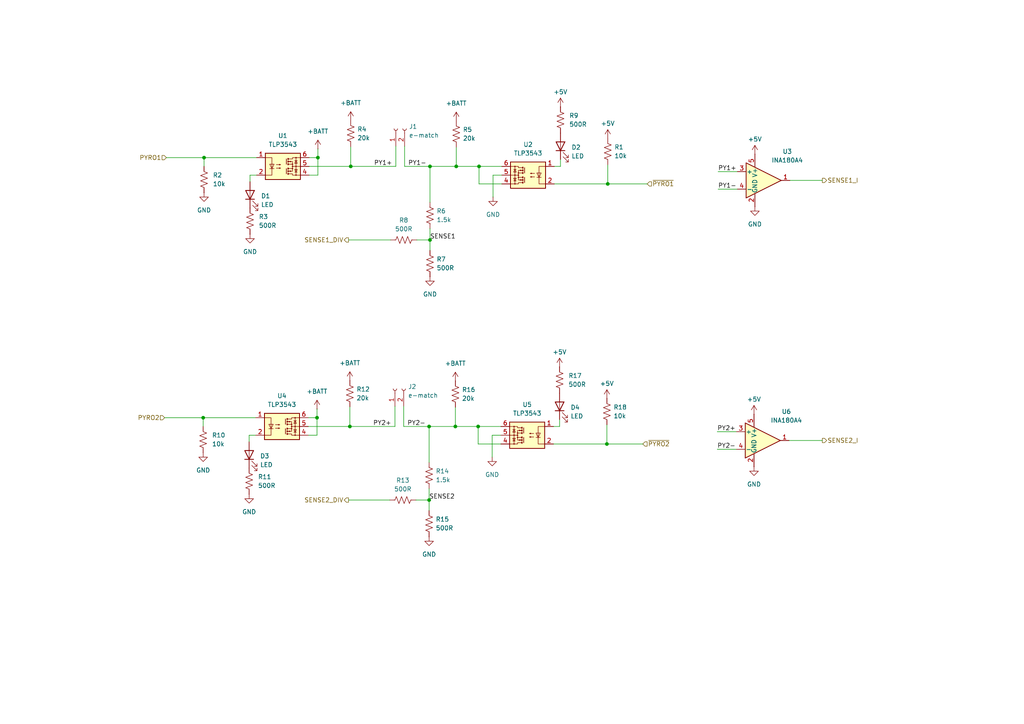
<source format=kicad_sch>
(kicad_sch (version 20231120) (generator "eeschema") (generator_version "8.0")
  (paper "A4")
  (lib_symbols
    (symbol "Amplifier_Current:INA180A4" (pin_names (offset 0.127))
      (property "Reference" "U" (at 3.81 3.81 0))
      (property "Value" "INA180A4" (at 3.81 -2.54 0))
      (symbol "INA180A4_0_1"
        (polyline (pts (xy 5.08 0) (xy -5.08 5.08) (xy -5.08 -5.08) (xy 5.08 0)) (stroke (width 0.254)) (fill (type background)))
      )
      (symbol "INA180A4_1_1"
        (pin output line (at 7.62 0 180) (length 2.54) (name "~") (number "1"))
        (pin power_in line (at -2.54 -7.62 90) (length 3.81) (name "GND") (number "2"))
        (pin input line (at -7.62 2.54 0) (length 2.54) (name "+") (number "3"))
        (pin input line (at -7.62 -2.54 0) (length 2.54) (name "-") (number "4"))
        (pin power_in line (at -2.54 7.62 270) (length 3.81) (name "V+") (number "5"))
      )
    )
    (symbol "Connector:Conn_01x02_Socket" (pin_names (offset 1.016) hide)
      (property "Reference" "J" (at 0 2.54 0))
      (property "Value" "Conn_01x02_Socket" (at 0 -5.08 0))
      (symbol "Conn_01x02_Socket_1_1"
        (arc (start 0 -2.032) (mid -0.5058 -2.54) (end 0 -3.048) (stroke (width 0.1524)))
        (polyline (pts (xy -1.27 -2.54) (xy -0.508 -2.54)) (stroke (width 0.1524)))
        (polyline (pts (xy -1.27 0) (xy -0.508 0)) (stroke (width 0.1524)))
        (arc (start 0 0.508) (mid -0.5058 0) (end 0 -0.508) (stroke (width 0.1524)))
        (pin passive line (at -5.08 0 0) (length 3.81) (name "Pin_1") (number "1"))
        (pin passive line (at -5.08 -2.54 0) (length 3.81) (name "Pin_2") (number "2"))
      )
    )
    (symbol "Device:LED" (pin_numbers hide) (pin_names (offset 1.016) hide)
      (property "Reference" "D" (at 0 2.54 0))
      (property "Value" "LED" (at 0 -2.54 0))
      (symbol "LED_0_1"
        (polyline (pts (xy -1.27 -1.27) (xy -1.27 1.27)) (stroke (width 0.254)))
        (polyline (pts (xy -1.27 0) (xy 1.27 0)))
        (polyline (pts (xy 1.27 -1.27) (xy 1.27 1.27) (xy -1.27 0) (xy 1.27 -1.27)) (stroke (width 0.254)))
        (polyline (pts (xy -3.048 -0.762) (xy -4.572 -2.286) (xy -3.81 -2.286) (xy -4.572 -2.286) (xy -4.572 -1.524)))
        (polyline (pts (xy -1.778 -0.762) (xy -3.302 -2.286) (xy -2.54 -2.286) (xy -3.302 -2.286) (xy -3.302 -1.524)))
      )
      (symbol "LED_1_1"
        (pin passive line (at -3.81 0 0) (length 2.54) (name "K") (number "1"))
        (pin passive line (at 3.81 0 180) (length 2.54) (name "A") (number "2"))
      )
    )
    (symbol "Device:R_US" (pin_numbers hide) (pin_names (offset 0))
      (property "Reference" "R" (at 2.54 0 90))
      (property "Value" "R_US" (at -2.54 0 90))
      (symbol "R_US_0_1"
        (polyline (pts (xy 0 -2.286) (xy 0 -2.54)))
        (polyline (pts (xy 0 2.286) (xy 0 2.54)))
        (polyline (pts (xy 0 -0.762) (xy 1.016 -1.143) (xy 0 -1.524) (xy -1.016 -1.905) (xy 0 -2.286)))
        (polyline (pts (xy 0 0.762) (xy 1.016 0.381) (xy 0 0) (xy -1.016 -0.381) (xy 0 -0.762)))
        (polyline (pts (xy 0 2.286) (xy 1.016 1.905) (xy 0 1.524) (xy -1.016 1.143) (xy 0 0.762)))
      )
      (symbol "R_US_1_1"
        (pin passive line (at 0 3.81 270) (length 1.27) (name "~") (number "1"))
        (pin passive line (at 0 -3.81 90) (length 1.27) (name "~") (number "2"))
      )
    )
    (symbol "Relay_SolidState:TLP3543"
      (property "Reference" "U" (at -3.81 5.08 0))
      (property "Value" "TLP3543" (at -1.27 -5.08 0))
      (symbol "TLP3543_0_1"
        (rectangle (start -5.08 3.81) (end 5.08 -3.81) (stroke (width 0.254)) (fill (type background)))
        (polyline (pts (xy -3.81 -0.635) (xy -2.54 -0.635)))
        (polyline (pts (xy 1.016 -0.635) (xy 1.016 -2.159)) (stroke (width 0.2032)))
        (polyline (pts (xy 1.016 2.159) (xy 1.016 0.635)) (stroke (width 0.2032)))
        (polyline (pts (xy 1.524 -0.508) (xy 1.524 -0.762)) (stroke (width 0.3556)))
        (polyline (pts (xy 2.794 0) (xy 5.08 0)))
        (polyline (pts (xy 3.429 -1.651) (xy 4.191 -1.651)))
        (polyline (pts (xy 3.429 1.651) (xy 4.191 1.651)))
        (polyline (pts (xy 3.81 -2.54) (xy 3.81 2.54)))
        (polyline (pts (xy 1.524 -2.032) (xy 1.524 -2.286) (xy 1.524 -2.286)) (stroke (width 0.3556)))
        (polyline (pts (xy 1.524 -1.27) (xy 1.524 -1.524) (xy 1.524 -1.524)) (stroke (width 0.3556)))
        (polyline (pts (xy 1.524 0.762) (xy 1.524 0.508) (xy 1.524 0.508)) (stroke (width 0.3556)))
        (polyline (pts (xy 1.524 1.524) (xy 1.524 1.27) (xy 1.524 1.27)) (stroke (width 0.3556)))
        (polyline (pts (xy 1.524 2.286) (xy 1.524 2.032) (xy 1.524 2.032)) (stroke (width 0.3556)))
        (polyline (pts (xy 1.651 -1.397) (xy 2.794 -1.397) (xy 2.794 -0.635)))
        (polyline (pts (xy 1.651 1.397) (xy 2.794 1.397) (xy 2.794 0.635)))
        (polyline (pts (xy -5.08 2.54) (xy -3.175 2.54) (xy -3.175 -2.54) (xy -5.08 -2.54)))
        (polyline (pts (xy -3.175 -0.635) (xy -3.81 0.635) (xy -2.54 0.635) (xy -3.175 -0.635)))
        (polyline (pts (xy 1.651 -2.159) (xy 2.794 -2.159) (xy 2.794 -2.54) (xy 5.08 -2.54)))
        (polyline (pts (xy 1.651 -0.635) (xy 2.794 -0.635) (xy 2.794 0.635) (xy 1.651 0.635)))
        (polyline (pts (xy 1.651 2.159) (xy 2.794 2.159) (xy 2.794 2.54) (xy 5.08 2.54)))
        (polyline (pts (xy 1.778 -1.397) (xy 2.286 -1.27) (xy 2.286 -1.524) (xy 1.778 -1.397)))
        (polyline (pts (xy 1.778 1.397) (xy 2.286 1.524) (xy 2.286 1.27) (xy 1.778 1.397)))
        (polyline (pts (xy 3.81 -1.651) (xy 3.429 -0.889) (xy 4.191 -0.889) (xy 3.81 -1.651)))
        (polyline (pts (xy 3.81 1.651) (xy 3.429 0.889) (xy 4.191 0.889) (xy 3.81 1.651)))
        (polyline (pts (xy -1.905 -0.508) (xy -0.635 -0.508) (xy -1.016 -0.635) (xy -1.016 -0.381) (xy -0.635 -0.508)))
        (polyline (pts (xy -1.905 0.508) (xy -0.635 0.508) (xy -1.016 0.381) (xy -1.016 0.635) (xy -0.635 0.508)))
        (circle (center 2.794 -0.635) (radius 0.127))
        (circle (center 2.794 0) (radius 0.127))
        (circle (center 2.794 0.635) (radius 0.127))
        (circle (center 3.81 -2.54) (radius 0.127))
        (circle (center 3.81 0) (radius 0.127))
        (circle (center 3.81 2.54) (radius 0.127))
      )
      (symbol "TLP3543_1_1"
        (pin passive line (at -7.62 2.54 0) (length 2.54) (name "~") (number "1"))
        (pin passive line (at -7.62 -2.54 0) (length 2.54) (name "~") (number "2"))
        (pin no_connect line (at -5.08 0 0) (length 2.54) hide (name "~") (number "3"))
        (pin passive line (at 7.62 -2.54 180) (length 2.54) (name "~") (number "4"))
        (pin passive line (at 7.62 0 180) (length 2.54) (name "~") (number "5"))
        (pin passive line (at 7.62 2.54 180) (length 2.54) (name "~") (number "6"))
      )
    )
    (symbol "power:+5V" (power) (pin_numbers hide) (pin_names (offset 0) hide)
      (property "Value" "+5V" (at 0 3.556 0))
      (symbol "+5V_0_1"
        (polyline (pts (xy -0.762 1.27) (xy 0 2.54)))
        (polyline (pts (xy 0 0) (xy 0 2.54)))
        (polyline (pts (xy 0 2.54) (xy 0.762 1.27)))
      )
      (symbol "+5V_1_1"
        (pin power_in line (at 0 0 90) (length 0) (name "~") (number "1"))
      )
    )
    (symbol "power:+BATT" (power) (pin_numbers hide) (pin_names (offset 0) hide)
      (property "Value" "+BATT" (at 0 3.556 0))
      (symbol "+BATT_0_1"
        (polyline (pts (xy -0.762 1.27) (xy 0 2.54)))
        (polyline (pts (xy 0 0) (xy 0 2.54)))
        (polyline (pts (xy 0 2.54) (xy 0.762 1.27)))
      )
      (symbol "+BATT_1_1"
        (pin power_in line (at 0 0 90) (length 0) (name "~") (number "1"))
      )
    )
    (symbol "power:GND" (power) (pin_numbers hide) (pin_names (offset 0) hide)
      (property "Value" "GND" (at 0 -3.81 0))
      (symbol "GND_0_1"
        (polyline (pts (xy 0 0) (xy 0 -1.27) (xy 1.27 -1.27) (xy 0 -2.54) (xy -1.27 -1.27) (xy 0 -1.27)))
      )
      (symbol "GND_1_1"
        (pin power_in line (at 0 0 270) (length 0) (name "~") (number "1"))
      )
    )
  )
  (junction (at 176.276 53.34))
  (junction (at 59.182 45.72))
  (junction (at 138.938 48.26))
  (junction (at 91.948 121.158))
  (junction (at 92.202 45.72))
  (junction (at 132.08 123.698))
  (junction (at 124.714 48.26))
  (junction (at 101.727 48.26))
  (junction (at 101.473 123.698))
  (junction (at 132.334 48.26))
  (junction (at 124.714 69.596))
  (junction (at 176.022 128.778))
  (junction (at 138.684 123.698))
  (junction (at 124.46 123.698))
  (junction (at 124.46 145.034))
  (junction (at 58.928 121.158))
  (wire (pts (xy 101.473 123.698) (xy 114.554 123.698)))
  (wire (pts (xy 145.288 123.698) (xy 138.684 123.698)))
  (wire (pts (xy 120.904 69.596) (xy 124.714 69.596)))
  (wire (pts (xy 101.727 48.26) (xy 114.808 48.26)))
  (wire (pts (xy 138.684 128.778) (xy 138.684 123.698)))
  (wire (pts (xy 117.348 48.26) (xy 124.714 48.26)))
  (wire (pts (xy 160.528 128.778) (xy 176.022 128.778)))
  (wire (pts (xy 58.928 121.158) (xy 58.928 123.698)))
  (wire (pts (xy 92.202 50.8) (xy 92.202 45.72)))
  (wire (pts (xy 101.092 69.596) (xy 113.284 69.596)))
  (wire (pts (xy 124.46 141.732) (xy 124.46 145.034)))
  (wire (pts (xy 89.662 48.26) (xy 101.727 48.26)))
  (wire (pts (xy 208.28 54.864) (xy 213.868 54.864)))
  (wire (pts (xy 74.422 50.8) (xy 72.517 50.8)))
  (wire (pts (xy 176.022 128.778) (xy 176.022 123.19)))
  (wire (pts (xy 160.782 48.26) (xy 162.56 48.26)))
  (wire (pts (xy 114.808 42.418) (xy 114.808 48.26)))
  (wire (pts (xy 101.727 42.545) (xy 101.727 48.26)))
  (wire (pts (xy 145.542 53.34) (xy 138.938 53.34)))
  (wire (pts (xy 114.554 117.856) (xy 114.554 123.698)))
  (wire (pts (xy 58.928 121.158) (xy 74.168 121.158)))
  (wire (pts (xy 72.263 126.238) (xy 72.263 128.143)))
  (wire (pts (xy 89.408 123.698) (xy 101.473 123.698)))
  (wire (pts (xy 176.276 53.34) (xy 176.276 47.752)))
  (wire (pts (xy 89.662 50.8) (xy 92.202 50.8)))
  (wire (pts (xy 229.108 52.324) (xy 238.506 52.324)))
  (wire (pts (xy 132.08 123.698) (xy 138.684 123.698)))
  (wire (pts (xy 89.662 45.72) (xy 92.202 45.72)))
  (wire (pts (xy 89.408 126.238) (xy 91.948 126.238)))
  (wire (pts (xy 117.094 123.698) (xy 117.094 117.856)))
  (wire (pts (xy 72.517 50.8) (xy 72.517 52.705)))
  (wire (pts (xy 176.022 128.778) (xy 186.436 128.778)))
  (wire (pts (xy 91.948 121.158) (xy 91.948 118.618)))
  (wire (pts (xy 208.026 125.222) (xy 213.614 125.222)))
  (wire (pts (xy 132.334 42.672) (xy 132.334 48.26)))
  (wire (pts (xy 124.46 134.112) (xy 124.46 123.698)))
  (wire (pts (xy 124.714 66.294) (xy 124.714 69.596)))
  (wire (pts (xy 89.408 121.158) (xy 91.948 121.158)))
  (wire (pts (xy 162.306 121.666) (xy 162.306 123.698)))
  (wire (pts (xy 117.094 123.698) (xy 124.46 123.698)))
  (wire (pts (xy 145.542 48.26) (xy 138.938 48.26)))
  (wire (pts (xy 124.46 123.698) (xy 132.08 123.698)))
  (wire (pts (xy 124.714 48.26) (xy 132.334 48.26)))
  (wire (pts (xy 92.202 45.72) (xy 92.202 43.18)))
  (wire (pts (xy 208.28 49.784) (xy 213.868 49.784)))
  (wire (pts (xy 142.748 126.238) (xy 145.288 126.238)))
  (wire (pts (xy 74.168 126.238) (xy 72.263 126.238)))
  (wire (pts (xy 101.473 117.983) (xy 101.473 123.698)))
  (wire (pts (xy 143.002 57.15) (xy 143.002 50.8)))
  (wire (pts (xy 162.56 46.228) (xy 162.56 48.26)))
  (wire (pts (xy 160.782 53.34) (xy 176.276 53.34)))
  (wire (pts (xy 176.276 53.34) (xy 187.706 53.34)))
  (wire (pts (xy 145.288 128.778) (xy 138.684 128.778)))
  (wire (pts (xy 120.65 145.034) (xy 124.46 145.034)))
  (wire (pts (xy 132.334 48.26) (xy 138.938 48.26)))
  (wire (pts (xy 91.948 126.238) (xy 91.948 121.158)))
  (wire (pts (xy 47.752 121.158) (xy 58.928 121.158)))
  (wire (pts (xy 101.092 145.034) (xy 113.03 145.034)))
  (wire (pts (xy 138.938 53.34) (xy 138.938 48.26)))
  (wire (pts (xy 208.026 130.302) (xy 213.614 130.302)))
  (wire (pts (xy 124.714 69.596) (xy 124.714 72.644)))
  (wire (pts (xy 228.854 127.762) (xy 238.506 127.762)))
  (wire (pts (xy 48.26 45.72) (xy 59.182 45.72)))
  (wire (pts (xy 142.748 132.588) (xy 142.748 126.238)))
  (wire (pts (xy 59.182 45.72) (xy 74.422 45.72)))
  (wire (pts (xy 143.002 50.8) (xy 145.542 50.8)))
  (wire (pts (xy 124.46 145.034) (xy 124.46 148.082)))
  (wire (pts (xy 59.182 45.72) (xy 59.182 48.26)))
  (wire (pts (xy 124.714 58.674) (xy 124.714 48.26)))
  (wire (pts (xy 117.348 48.26) (xy 117.348 42.418)))
  (wire (pts (xy 132.08 118.11) (xy 132.08 123.698)))
  (wire (pts (xy 160.528 123.698) (xy 162.306 123.698)))
  (label "PY1+" (at 113.792 48.26 180))
  (label "PY1-" (at 208.28 54.864 0))
  (label "PY2-" (at 208.026 130.302 0))
  (label "PY2-" (at 118.11 123.698 0))
  (label "PY2+" (at 208.026 125.222 0))
  (label "PY1-" (at 118.364 48.26 0))
  (label "PY2+" (at 113.538 123.698 180))
  (label "SENSE2" (at 124.46 145.034 0))
  (label "PY1+" (at 208.28 49.784 0))
  (label "SENSE1" (at 124.714 69.596 0))
  (hierarchical_label "SENSE1_DIV" (shape output) (at 101.092 69.596 180))
  (hierarchical_label "SENSE2_DIV" (shape output) (at 101.092 145.034 180))
  (hierarchical_label "PYRO2" (shape input) (at 47.752 121.158 180))
  (hierarchical_label "~{PYRO2}" (shape input) (at 186.436 128.778 0))
  (hierarchical_label "PYRO1" (shape input) (at 48.26 45.72 180))
  (hierarchical_label "~{PYRO1}" (shape input) (at 187.706 53.34 0))
  (hierarchical_label "SENSE2_I" (shape output) (at 238.506 127.762 0))
  (hierarchical_label "SENSE1_I" (shape output) (at 238.506 52.324 0))
  (symbol (lib_id "power:+5V") (at 162.306 106.426 0) (unit 1)
    (property "Reference" "#PWR019" (effects (hide yes)))
    (property "Value" "+5V" (at 162.306 102.108 0))
    (property "Description" "Power symbol creates a global label with name \"+5V\"" (effects (hide yes)))
  )
  (symbol (lib_id "Relay_SolidState:TLP3543") (at 81.788 123.698 0) (unit 1)
    (property "Reference" "U4" (at 81.788 114.808 0))
    (property "Value" "TLP3543" (at 81.788 117.348 0))
    (property "Footprint" "Package_DIP:DIP-6_W7.62mm" (effects (hide yes)))
    (property "Datasheet" "https://toshiba.semicon-storage.com/info/docget.jsp?did=12660&prodName=TLP3543" (effects (hide yes)))
    (property "Description" "Photo MOSFET optically coupled, ON 4A, 50mohm, OFF state 20V, Isolation 2500 VRMS, DIP-6" (effects (hide yes)))
  )
  (symbol (lib_id "power:GND") (at 218.948 59.944 0) (unit 1)
    (property "Reference" "#PWR010" (effects (hide yes)))
    (property "Value" "GND" (at 218.948 65.024 0))
    (property "Description" "Power symbol creates a global label with name \"GND\" , ground" (effects (hide yes)))
  )
  (symbol (lib_id "power:+BATT") (at 101.727 34.925 0) (unit 1)
    (property "Reference" "#PWR02" (effects (hide yes)))
    (property "Value" "+BATT" (at 101.727 29.845 0))
    (property "Description" "Power symbol creates a global label with name \"+BATT\"" (effects (hide yes)))
  )
  (symbol (lib_id "power:+5V") (at 176.022 115.57 0) (unit 1)
    (property "Reference" "#PWR020" (effects (hide yes)))
    (property "Value" "+5V" (at 176.022 111.252 0))
    (property "Description" "Power symbol creates a global label with name \"+5V\"" (effects (hide yes)))
  )
  (symbol (lib_id "power:GND") (at 142.748 132.588 0) (unit 1)
    (property "Reference" "#PWR018" (effects (hide yes)))
    (property "Value" "GND" (at 142.748 137.668 0))
    (property "Description" "Power symbol creates a global label with name \"GND\" , ground" (effects (hide yes)))
  )
  (symbol (lib_id "Device:LED") (at 72.263 131.953 90) (unit 1)
    (property "Reference" "D3" (at 75.438 132.2704 90) (effects (justify right)))
    (property "Value" "LED" (at 75.438 134.8104 90) (effects (justify right)))
    (property "Footprint" "Diode_SMD:D_0805_2012Metric_Pad1.15x1.40mm_HandSolder" (effects (hide yes)))
    (property "Description" "Light emitting diode" (effects (hide yes)))
  )
  (symbol (lib_id "Device:R_US") (at 176.022 119.38 0) (unit 1)
    (property "Reference" "R18" (at 177.927 118.1099 0) (effects (justify left)))
    (property "Value" "10k" (at 177.927 120.6499 0) (effects (justify left)))
    (property "Footprint" "Resistor_SMD:R_0805_2012Metric_Pad1.20x1.40mm_HandSolder" (effects (hide yes)))
    (property "Description" "Resistor, US symbol" (effects (hide yes)))
  )
  (symbol (lib_id "Device:R_US") (at 124.46 137.922 0) (unit 1)
    (property "Reference" "R14" (at 126.365 136.6519 0) (effects (justify left)))
    (property "Value" "1.5k" (at 126.365 139.1919 0) (effects (justify left)))
    (property "Footprint" "Resistor_SMD:R_0805_2012Metric_Pad1.20x1.40mm_HandSolder" (effects (hide yes)))
    (property "Description" "Resistor, US symbol" (effects (hide yes)))
  )
  (symbol (lib_id "Device:R_US") (at 116.84 145.034 90) (unit 1)
    (property "Reference" "R13" (at 116.84 139.319 90))
    (property "Value" "500R" (at 116.84 141.859 90))
    (property "Footprint" "Resistor_SMD:R_0805_2012Metric_Pad1.20x1.40mm_HandSolder" (effects (hide yes)))
    (property "Description" "Resistor, US symbol" (effects (hide yes)))
  )
  (symbol (lib_id "power:GND") (at 124.714 80.264 0) (unit 1)
    (property "Reference" "#PWR06" (effects (hide yes)))
    (property "Value" "GND" (at 124.714 85.344 0))
    (property "Description" "Power symbol creates a global label with name \"GND\" , ground" (effects (hide yes)))
  )
  (symbol (lib_id "Device:R_US") (at 59.182 52.07 0) (unit 1)
    (property "Reference" "R2" (at 61.722 50.7999 0) (effects (justify left)))
    (property "Value" "10k" (at 61.722 53.3399 0) (effects (justify left)))
    (property "Footprint" "Resistor_SMD:R_0805_2012Metric_Pad1.20x1.40mm_HandSolder" (effects (hide yes)))
    (property "Description" "Resistor, US symbol" (effects (hide yes)))
  )
  (symbol (lib_id "Amplifier_Current:INA180A4") (at 221.488 52.324 0) (unit 1)
    (property "Reference" "U3" (at 228.346 43.942 0))
    (property "Value" "INA180A4" (at 228.346 46.482 0))
    (property "Footprint" "Package_TO_SOT_SMD:SOT-23-5" (effects (hide yes)))
    (property "Datasheet" "http://www.ti.com/lit/ds/symlink/ina180.pdf" (effects (hide yes)))
    (property "Description" "Current Sense Amplifier, 1 Circuit, Rail-to-Rail, 26V, Gain 200 V/V, SOT-23-5" (effects (hide yes)))
  )
  (symbol (lib_id "Device:R_US") (at 162.56 34.798 0) (unit 1)
    (property "Reference" "R9" (at 165.1 33.5279 0) (effects (justify left)))
    (property "Value" "500R" (at 165.1 36.0679 0) (effects (justify left)))
    (property "Footprint" "Resistor_SMD:R_0805_2012Metric_Pad1.20x1.40mm_HandSolder" (effects (hide yes)))
    (property "Description" "Resistor, US symbol" (effects (hide yes)))
  )
  (symbol (lib_id "power:GND") (at 143.002 57.15 0) (unit 1)
    (property "Reference" "#PWR07" (effects (hide yes)))
    (property "Value" "GND" (at 143.002 62.23 0))
    (property "Description" "Power symbol creates a global label with name \"GND\" , ground" (effects (hide yes)))
  )
  (symbol (lib_id "power:GND") (at 72.517 67.945 0) (unit 1)
    (property "Reference" "#PWR05" (effects (hide yes)))
    (property "Value" "GND" (at 72.517 73.025 0))
    (property "Description" "Power symbol creates a global label with name \"GND\" , ground" (effects (hide yes)))
  )
  (symbol (lib_id "power:+BATT") (at 101.473 110.363 0) (unit 1)
    (property "Reference" "#PWR015" (effects (hide yes)))
    (property "Value" "+BATT" (at 101.473 105.283 0))
    (property "Description" "Power symbol creates a global label with name \"+BATT\"" (effects (hide yes)))
  )
  (symbol (lib_id "Device:R_US") (at 124.714 62.484 0) (unit 1)
    (property "Reference" "R6" (at 126.619 61.2139 0) (effects (justify left)))
    (property "Value" "1.5k" (at 126.619 63.7539 0) (effects (justify left)))
    (property "Footprint" "Resistor_SMD:R_0805_2012Metric_Pad1.20x1.40mm_HandSolder" (effects (hide yes)))
    (property "Description" "Resistor, US symbol" (effects (hide yes)))
  )
  (symbol (lib_id "power:GND") (at 72.263 143.383 0) (unit 1)
    (property "Reference" "#PWR013" (effects (hide yes)))
    (property "Value" "GND" (at 72.263 148.463 0))
    (property "Description" "Power symbol creates a global label with name \"GND\" , ground" (effects (hide yes)))
  )
  (symbol (lib_id "power:+BATT") (at 92.202 43.18 0) (unit 1)
    (property "Reference" "#PWR01" (effects (hide yes)))
    (property "Value" "+BATT" (at 92.202 38.1 0))
    (property "Description" "Power symbol creates a global label with name \"+BATT\"" (effects (hide yes)))
  )
  (symbol (lib_id "Connector:Conn_01x02_Socket") (at 114.808 37.338 90) (unit 1)
    (property "Reference" "J1" (at 118.618 36.7029 90) (effects (justify right)))
    (property "Value" "e-match" (at 118.618 39.2429 90) (effects (justify right)))
    (property "Description" "Generic connector, single row, 01x02, script generated" (effects (hide yes)))
  )
  (symbol (lib_id "Device:R_US") (at 162.306 110.236 0) (unit 1)
    (property "Reference" "R17" (at 164.846 108.9659 0) (effects (justify left)))
    (property "Value" "500R" (at 164.846 111.5059 0) (effects (justify left)))
    (property "Footprint" "Resistor_SMD:R_0805_2012Metric_Pad1.20x1.40mm_HandSolder" (effects (hide yes)))
    (property "Description" "Resistor, US symbol" (effects (hide yes)))
  )
  (symbol (lib_id "Device:R_US") (at 101.727 38.735 0) (unit 1)
    (property "Reference" "R4" (at 103.632 37.4649 0) (effects (justify left)))
    (property "Value" "20k" (at 103.632 40.0049 0) (effects (justify left)))
    (property "Footprint" "Resistor_SMD:R_0805_2012Metric_Pad1.20x1.40mm_HandSolder" (effects (hide yes)))
    (property "Description" "Resistor, US symbol" (effects (hide yes)))
  )
  (symbol (lib_id "Relay_SolidState:TLP3543") (at 82.042 48.26 0) (unit 1)
    (property "Reference" "U1" (at 82.042 39.37 0))
    (property "Value" "TLP3543" (at 82.042 41.91 0))
    (property "Footprint" "Package_DIP:DIP-6_W7.62mm" (effects (hide yes)))
    (property "Datasheet" "https://toshiba.semicon-storage.com/info/docget.jsp?did=12660&prodName=TLP3543" (effects (hide yes)))
    (property "Description" "Photo MOSFET optically coupled, ON 4A, 50mohm, OFF state 20V, Isolation 2500 VRMS, DIP-6" (effects (hide yes)))
  )
  (symbol (lib_id "power:+5V") (at 218.694 120.142 0) (unit 1)
    (property "Reference" "#PWR021" (effects (hide yes)))
    (property "Value" "+5V" (at 218.694 115.824 0))
    (property "Description" "Power symbol creates a global label with name \"+5V\"" (effects (hide yes)))
  )
  (symbol (lib_id "Device:LED") (at 162.56 42.418 90) (unit 1)
    (property "Reference" "D2" (at 165.735 42.7354 90) (effects (justify right)))
    (property "Value" "LED" (at 165.735 45.2754 90) (effects (justify right)))
    (property "Footprint" "Diode_SMD:D_0805_2012Metric_Pad1.15x1.40mm_HandSolder" (effects (hide yes)))
    (property "Description" "Light emitting diode" (effects (hide yes)))
  )
  (symbol (lib_id "Device:R_US") (at 132.334 38.862 0) (unit 1)
    (property "Reference" "R5" (at 134.239 37.5919 0) (effects (justify left)))
    (property "Value" "20k" (at 134.239 40.1319 0) (effects (justify left)))
    (property "Footprint" "Resistor_SMD:R_0805_2012Metric_Pad1.20x1.40mm_HandSolder" (effects (hide yes)))
    (property "Description" "Resistor, US symbol" (effects (hide yes)))
  )
  (symbol (lib_id "Connector:Conn_01x02_Socket") (at 114.554 112.776 90) (unit 1)
    (property "Reference" "J2" (at 118.364 112.1409 90) (effects (justify right)))
    (property "Value" "e-match" (at 118.364 114.6809 90) (effects (justify right)))
    (property "Description" "Generic connector, single row, 01x02, script generated" (effects (hide yes)))
  )
  (symbol (lib_id "power:+BATT") (at 132.08 110.49 0) (unit 1)
    (property "Reference" "#PWR017" (effects (hide yes)))
    (property "Value" "+BATT" (at 132.08 105.41 0))
    (property "Description" "Power symbol creates a global label with name \"+BATT\"" (effects (hide yes)))
  )
  (symbol (lib_id "power:GND") (at 124.46 155.702 0) (unit 1)
    (property "Reference" "#PWR016" (effects (hide yes)))
    (property "Value" "GND" (at 124.46 160.782 0))
    (property "Description" "Power symbol creates a global label with name \"GND\" , ground" (effects (hide yes)))
  )
  (symbol (lib_id "Device:R_US") (at 124.714 76.454 0) (unit 1)
    (property "Reference" "R7" (at 126.619 75.1839 0) (effects (justify left)))
    (property "Value" "500R" (at 126.619 77.7239 0) (effects (justify left)))
    (property "Footprint" "Resistor_SMD:R_0805_2012Metric_Pad1.20x1.40mm_HandSolder" (effects (hide yes)))
    (property "Description" "Resistor, US symbol" (effects (hide yes)))
  )
  (symbol (lib_id "power:GND") (at 58.928 131.318 0) (unit 1)
    (property "Reference" "#PWR012" (effects (hide yes)))
    (property "Value" "GND" (at 58.928 136.398 0))
    (property "Description" "Power symbol creates a global label with name \"GND\" , ground" (effects (hide yes)))
  )
  (symbol (lib_id "power:+BATT") (at 91.948 118.618 0) (unit 1)
    (property "Reference" "#PWR014" (effects (hide yes)))
    (property "Value" "+BATT" (at 91.948 113.538 0))
    (property "Description" "Power symbol creates a global label with name \"+BATT\"" (effects (hide yes)))
  )
  (symbol (lib_id "power:+BATT") (at 132.334 35.052 0) (unit 1)
    (property "Reference" "#PWR03" (effects (hide yes)))
    (property "Value" "+BATT" (at 132.334 29.972 0))
    (property "Description" "Power symbol creates a global label with name \"+BATT\"" (effects (hide yes)))
  )
  (symbol (lib_id "Device:R_US") (at 58.928 127.508 0) (unit 1)
    (property "Reference" "R10" (at 61.468 126.2379 0) (effects (justify left)))
    (property "Value" "10k" (at 61.468 128.7779 0) (effects (justify left)))
    (property "Footprint" "Resistor_SMD:R_0805_2012Metric_Pad1.20x1.40mm_HandSolder" (effects (hide yes)))
    (property "Description" "Resistor, US symbol" (effects (hide yes)))
  )
  (symbol (lib_id "Device:R_US") (at 132.08 114.3 0) (unit 1)
    (property "Reference" "R16" (at 133.985 113.0299 0) (effects (justify left)))
    (property "Value" "20k" (at 133.985 115.5699 0) (effects (justify left)))
    (property "Footprint" "Resistor_SMD:R_0805_2012Metric_Pad1.20x1.40mm_HandSolder" (effects (hide yes)))
    (property "Description" "Resistor, US symbol" (effects (hide yes)))
  )
  (symbol (lib_id "Device:LED") (at 72.517 56.515 90) (unit 1)
    (property "Reference" "D1" (at 75.692 56.8324 90) (effects (justify right)))
    (property "Value" "LED" (at 75.692 59.3724 90) (effects (justify right)))
    (property "Footprint" "Diode_SMD:D_0805_2012Metric_Pad1.15x1.40mm_HandSolder" (effects (hide yes)))
    (property "Description" "Light emitting diode" (effects (hide yes)))
  )
  (symbol (lib_id "power:+5V") (at 218.948 44.704 0) (unit 1)
    (property "Reference" "#PWR011" (effects (hide yes)))
    (property "Value" "+5V" (at 218.948 40.386 0))
    (property "Description" "Power symbol creates a global label with name \"+5V\"" (effects (hide yes)))
  )
  (symbol (lib_id "power:GND") (at 59.182 55.88 0) (unit 1)
    (property "Reference" "#PWR04" (effects (hide yes)))
    (property "Value" "GND" (at 59.182 60.96 0))
    (property "Description" "Power symbol creates a global label with name \"GND\" , ground" (effects (hide yes)))
  )
  (symbol (lib_id "power:GND") (at 218.694 135.382 0) (unit 1)
    (property "Reference" "#PWR022" (effects (hide yes)))
    (property "Value" "GND" (at 218.694 140.462 0))
    (property "Description" "Power symbol creates a global label with name \"GND\" , ground" (effects (hide yes)))
  )
  (symbol (lib_id "Device:R_US") (at 176.276 43.942 0) (unit 1)
    (property "Reference" "R1" (at 178.181 42.6719 0) (effects (justify left)))
    (property "Value" "10k" (at 178.181 45.2119 0) (effects (justify left)))
    (property "Footprint" "Resistor_SMD:R_0805_2012Metric_Pad1.20x1.40mm_HandSolder" (effects (hide yes)))
    (property "Description" "Resistor, US symbol" (effects (hide yes)))
  )
  (symbol (lib_id "Amplifier_Current:INA180A4") (at 221.234 127.762 0) (unit 1)
    (property "Reference" "U6" (at 228.092 119.38 0))
    (property "Value" "INA180A4" (at 228.092 121.92 0))
    (property "Footprint" "Package_TO_SOT_SMD:SOT-23-5" (effects (hide yes)))
    (property "Datasheet" "http://www.ti.com/lit/ds/symlink/ina180.pdf" (effects (hide yes)))
    (property "Description" "Current Sense Amplifier, 1 Circuit, Rail-to-Rail, 26V, Gain 200 V/V, SOT-23-5" (effects (hide yes)))
  )
  (symbol (lib_id "Device:R_US") (at 124.46 151.892 0) (unit 1)
    (property "Reference" "R15" (at 126.365 150.6219 0) (effects (justify left)))
    (property "Value" "500R" (at 126.365 153.1619 0) (effects (justify left)))
    (property "Footprint" "Resistor_SMD:R_0805_2012Metric_Pad1.20x1.40mm_HandSolder" (effects (hide yes)))
    (property "Description" "Resistor, US symbol" (effects (hide yes)))
  )
  (symbol (lib_id "Device:R_US") (at 117.094 69.596 90) (unit 1)
    (property "Reference" "R8" (at 117.094 63.881 90))
    (property "Value" "500R" (at 117.094 66.421 90))
    (property "Footprint" "Resistor_SMD:R_0805_2012Metric_Pad1.20x1.40mm_HandSolder" (effects (hide yes)))
    (property "Description" "Resistor, US symbol" (effects (hide yes)))
  )
  (symbol (lib_id "Device:LED") (at 162.306 117.856 90) (unit 1)
    (property "Reference" "D4" (at 165.481 118.1734 90) (effects (justify right)))
    (property "Value" "LED" (at 165.481 120.7134 90) (effects (justify right)))
    (property "Footprint" "Diode_SMD:D_0805_2012Metric_Pad1.15x1.40mm_HandSolder" (effects (hide yes)))
    (property "Description" "Light emitting diode" (effects (hide yes)))
  )
  (symbol (lib_id "Relay_SolidState:TLP3543") (at 152.908 126.238 0) (mirror y) (unit 1)
    (property "Reference" "U5" (at 152.908 117.348 0))
    (property "Value" "TLP3543" (at 152.908 119.888 0))
    (property "Footprint" "Package_DIP:DIP-6_W7.62mm" (effects (hide yes)))
    (property "Datasheet" "https://toshiba.semicon-storage.com/info/docget.jsp?did=12660&prodName=TLP3543" (effects (hide yes)))
    (property "Description" "Photo MOSFET optically coupled, ON 4A, 50mohm, OFF state 20V, Isolation 2500 VRMS, DIP-6" (effects (hide yes)))
  )
  (symbol (lib_id "Relay_SolidState:TLP3543") (at 153.162 50.8 0) (mirror y) (unit 1)
    (property "Reference" "U2" (at 153.162 41.91 0))
    (property "Value" "TLP3543" (at 153.162 44.45 0))
    (property "Footprint" "Package_DIP:DIP-6_W7.62mm" (effects (hide yes)))
    (property "Datasheet" "https://toshiba.semicon-storage.com/info/docget.jsp?did=12660&prodName=TLP3543" (effects (hide yes)))
    (property "Description" "Photo MOSFET optically coupled, ON 4A, 50mohm, OFF state 20V, Isolation 2500 VRMS, DIP-6" (effects (hide yes)))
  )
  (symbol (lib_id "power:+5V") (at 176.276 40.132 0) (unit 1)
    (property "Reference" "#PWR09" (effects (hide yes)))
    (property "Value" "+5V" (at 176.276 35.814 0))
    (property "Description" "Power symbol creates a global label with name \"+5V\"" (effects (hide yes)))
  )
  (symbol (lib_id "Device:R_US") (at 101.473 114.173 0) (unit 1)
    (property "Reference" "R12" (at 103.378 112.9029 0) (effects (justify left)))
    (property "Value" "20k" (at 103.378 115.4429 0) (effects (justify left)))
    (property "Footprint" "Resistor_SMD:R_0805_2012Metric_Pad1.20x1.40mm_HandSolder" (effects (hide yes)))
    (property "Description" "Resistor, US symbol" (effects (hide yes)))
  )
  (symbol (lib_id "power:+5V") (at 162.56 30.988 0) (unit 1)
    (property "Reference" "#PWR08" (effects (hide yes)))
    (property "Value" "+5V" (at 162.56 26.67 0))
    (property "Description" "Power symbol creates a global label with name \"+5V\"" (effects (hide yes)))
  )
  (symbol (lib_id "Device:R_US") (at 72.517 64.135 0) (unit 1)
    (property "Reference" "R3" (at 75.057 62.8649 0) (effects (justify left)))
    (property "Value" "500R" (at 75.057 65.4049 0) (effects (justify left)))
    (property "Footprint" "Resistor_SMD:R_0805_2012Metric_Pad1.20x1.40mm_HandSolder" (effects (hide yes)))
    (property "Description" "Resistor, US symbol" (effects (hide yes)))
  )
  (symbol (lib_id "Device:R_US") (at 72.263 139.573 0) (unit 1)
    (property "Reference" "R11" (at 74.803 138.3029 0) (effects (justify left)))
    (property "Value" "500R" (at 74.803 140.8429 0) (effects (justify left)))
    (property "Footprint" "Resistor_SMD:R_0805_2012Metric_Pad1.20x1.40mm_HandSolder" (effects (hide yes)))
    (property "Description" "Resistor, US symbol" (effects (hide yes)))
  )
)
</source>
